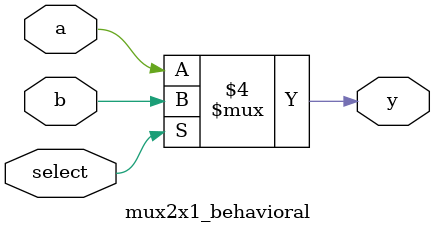
<source format=v>
module mux2x1_behavioral(
    input [0:0] a,
    input [0:0] b,
    input [0:0] select,
    output reg [0:0] y
);

always @(*) begin
    if (select == 1'b0)
        y = a;
    else
        y = b;
end

endmodule
</source>
